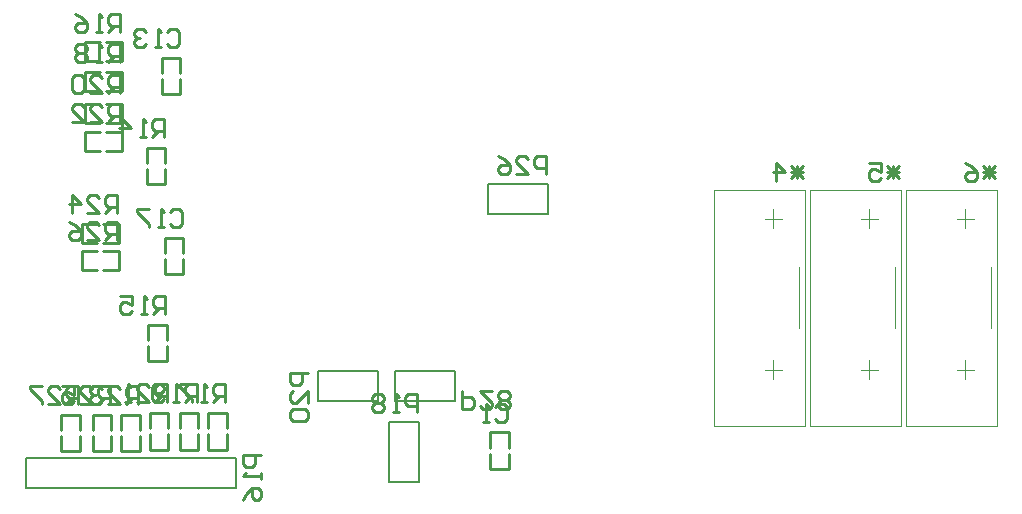
<source format=gbo>
G04 Layer_Color=32896*
%FSLAX25Y25*%
%MOIN*%
G70*
G01*
G75*
%ADD16C,0.01000*%
%ADD27C,0.00394*%
%ADD28C,0.00787*%
D16*
X218650Y226350D02*
Y231469D01*
X212350Y226350D02*
X218650D01*
X212350D02*
Y231469D01*
Y233437D02*
Y238161D01*
Y238555D01*
X218650D01*
Y233437D02*
Y238555D01*
X219350Y286850D02*
X224468D01*
X219350D02*
Y293150D01*
X224468D01*
X226437D02*
X231161D01*
X231555D01*
Y286850D02*
Y293150D01*
X226437Y286850D02*
X231555D01*
X229150Y226350D02*
Y231469D01*
X222850Y226350D02*
X229150D01*
X222850D02*
Y231469D01*
Y233437D02*
Y238161D01*
Y238555D01*
X229150D01*
Y233437D02*
Y238555D01*
X219350Y295850D02*
X224468D01*
X219350D02*
Y302150D01*
X224468D01*
X226437D02*
X231161D01*
X231555D01*
Y295850D02*
Y302150D01*
X226437Y295850D02*
X231555D01*
X238650Y226350D02*
Y231469D01*
X232350Y226350D02*
X238650D01*
X232350D02*
Y231469D01*
Y233437D02*
Y238161D01*
Y238555D01*
X238650D01*
Y233437D02*
Y238555D01*
X220350Y326350D02*
X225468D01*
X220350D02*
Y332650D01*
X225468D01*
X227437D02*
X232161D01*
X232555D01*
Y326350D02*
Y332650D01*
X227437Y326350D02*
X232555D01*
X248150Y226850D02*
Y231968D01*
X241850Y226850D02*
X248150D01*
X241850D02*
Y231968D01*
Y233937D02*
Y238661D01*
Y239055D01*
X248150D01*
Y233937D02*
Y239055D01*
X220350Y335850D02*
X225468D01*
X220350D02*
Y342150D01*
X225468D01*
X227437D02*
X232161D01*
X232555D01*
Y335850D02*
Y342150D01*
X227437Y335850D02*
X232555D01*
X258150Y226850D02*
Y231968D01*
X251850Y226850D02*
X258150D01*
X251850D02*
Y231968D01*
Y233937D02*
Y238661D01*
Y239055D01*
X258150D01*
Y233937D02*
Y239055D01*
X220350Y346350D02*
X225468D01*
X220350D02*
Y352650D01*
X225468D01*
X227437D02*
X232161D01*
X232555D01*
Y346350D02*
Y352650D01*
X227437Y346350D02*
X232555D01*
X267650Y226850D02*
Y231968D01*
X261350Y226850D02*
X267650D01*
X261350D02*
Y231968D01*
Y233937D02*
Y238661D01*
Y239055D01*
X267650D01*
Y233937D02*
Y239055D01*
X220350Y356350D02*
X225468D01*
X220350D02*
Y362650D01*
X225468D01*
X227437D02*
X232161D01*
X232555D01*
Y356350D02*
Y362650D01*
X227437Y356350D02*
X232555D01*
X247650Y256350D02*
Y261469D01*
X241350Y256350D02*
X247650D01*
X241350D02*
Y261469D01*
Y263437D02*
Y268161D01*
Y268555D01*
X247650D01*
Y263437D02*
Y268555D01*
X247150Y315350D02*
Y320468D01*
X240850Y315350D02*
X247150D01*
X240850D02*
Y320468D01*
Y322437D02*
Y327161D01*
Y327555D01*
X247150D01*
Y322437D02*
Y327555D01*
X253150Y285350D02*
Y290469D01*
X246850Y285350D02*
X253150D01*
X246850D02*
Y290469D01*
Y292437D02*
Y297161D01*
Y297555D01*
X253150D01*
Y292437D02*
Y297555D01*
X252150Y345350D02*
Y350468D01*
X245850Y345350D02*
X252150D01*
X245850D02*
Y350468D01*
Y352437D02*
Y357161D01*
Y357555D01*
X252150D01*
Y352437D02*
Y357555D01*
X355350Y227532D02*
Y232650D01*
X361650D01*
Y227532D02*
Y232650D01*
Y220839D02*
Y225563D01*
Y220445D02*
Y220839D01*
X355350Y220445D02*
X361650D01*
X355350D02*
Y225563D01*
X330900Y239400D02*
Y245398D01*
X327901D01*
X326901Y244398D01*
Y242399D01*
X327901Y241399D01*
X330900D01*
X324902Y239400D02*
X322903D01*
X323902D01*
Y245398D01*
X324902Y244398D01*
X319904D02*
X318904Y245398D01*
X316904D01*
X315905Y244398D01*
Y243399D01*
X316904Y242399D01*
X315905Y241399D01*
Y240400D01*
X316904Y239400D01*
X318904D01*
X319904Y240400D01*
Y241399D01*
X318904Y242399D01*
X319904Y243399D01*
Y244398D01*
X318904Y242399D02*
X316904D01*
X279000Y225000D02*
X273002D01*
Y222001D01*
X274002Y221001D01*
X276001D01*
X277001Y222001D01*
Y225000D01*
X279000Y219002D02*
Y217003D01*
Y218002D01*
X273002D01*
X274002Y219002D01*
X273002Y210005D02*
X274002Y212004D01*
X276001Y214004D01*
X278000D01*
X279000Y213004D01*
Y211004D01*
X278000Y210005D01*
X277001D01*
X276001Y211004D01*
Y214004D01*
X218100Y242100D02*
Y248098D01*
X215101D01*
X214101Y247098D01*
Y245099D01*
X215101Y244099D01*
X218100D01*
X216101D02*
X214101Y242100D01*
X208103D02*
X212102D01*
X208103Y246099D01*
Y247098D01*
X209103Y248098D01*
X211102D01*
X212102Y247098D01*
X206104Y248098D02*
X202105D01*
Y247098D01*
X206104Y243100D01*
Y242100D01*
X231100Y296600D02*
Y302598D01*
X228101D01*
X227101Y301598D01*
Y299599D01*
X228101Y298599D01*
X231100D01*
X229101D02*
X227101Y296600D01*
X221103D02*
X225102D01*
X221103Y300599D01*
Y301598D01*
X222103Y302598D01*
X224102D01*
X225102Y301598D01*
X215105Y302598D02*
X217105Y301598D01*
X219104Y299599D01*
Y297600D01*
X218104Y296600D01*
X216105D01*
X215105Y297600D01*
Y298599D01*
X216105Y299599D01*
X219104D01*
X228600Y242100D02*
Y248098D01*
X225601D01*
X224601Y247098D01*
Y245099D01*
X225601Y244099D01*
X228600D01*
X226601D02*
X224601Y242100D01*
X218603D02*
X222602D01*
X218603Y246099D01*
Y247098D01*
X219603Y248098D01*
X221602D01*
X222602Y247098D01*
X212605Y248098D02*
X216604D01*
Y245099D01*
X214605Y246099D01*
X213605D01*
X212605Y245099D01*
Y243100D01*
X213605Y242100D01*
X215604D01*
X216604Y243100D01*
X231100Y305600D02*
Y311598D01*
X228101D01*
X227101Y310598D01*
Y308599D01*
X228101Y307599D01*
X231100D01*
X229101D02*
X227101Y305600D01*
X221103D02*
X225102D01*
X221103Y309599D01*
Y310598D01*
X222103Y311598D01*
X224102D01*
X225102Y310598D01*
X216105Y305600D02*
Y311598D01*
X219104Y308599D01*
X215105D01*
X238100Y242100D02*
Y248098D01*
X235101D01*
X234101Y247098D01*
Y245099D01*
X235101Y244099D01*
X238100D01*
X236101D02*
X234101Y242100D01*
X228103D02*
X232102D01*
X228103Y246099D01*
Y247098D01*
X229103Y248098D01*
X231102D01*
X232102Y247098D01*
X226104D02*
X225104Y248098D01*
X223105D01*
X222105Y247098D01*
Y246099D01*
X223105Y245099D01*
X224104D01*
X223105D01*
X222105Y244099D01*
Y243100D01*
X223105Y242100D01*
X225104D01*
X226104Y243100D01*
X232100Y336100D02*
Y342098D01*
X229101D01*
X228101Y341098D01*
Y339099D01*
X229101Y338099D01*
X232100D01*
X230101D02*
X228101Y336100D01*
X222103D02*
X226102D01*
X222103Y340099D01*
Y341098D01*
X223103Y342098D01*
X225102D01*
X226102Y341098D01*
X216105Y336100D02*
X220104D01*
X216105Y340099D01*
Y341098D01*
X217105Y342098D01*
X219104D01*
X220104Y341098D01*
X247600Y242600D02*
Y248598D01*
X244601D01*
X243601Y247598D01*
Y245599D01*
X244601Y244599D01*
X247600D01*
X245601D02*
X243601Y242600D01*
X237603D02*
X241602D01*
X237603Y246599D01*
Y247598D01*
X238603Y248598D01*
X240602D01*
X241602Y247598D01*
X235604Y242600D02*
X233605D01*
X234604D01*
Y248598D01*
X235604Y247598D01*
X232100Y345600D02*
Y351598D01*
X229101D01*
X228101Y350598D01*
Y348599D01*
X229101Y347599D01*
X232100D01*
X230101D02*
X228101Y345600D01*
X222103D02*
X226102D01*
X222103Y349599D01*
Y350598D01*
X223103Y351598D01*
X225102D01*
X226102Y350598D01*
X220104D02*
X219104Y351598D01*
X217105D01*
X216105Y350598D01*
Y346600D01*
X217105Y345600D01*
X219104D01*
X220104Y346600D01*
Y350598D01*
X257600Y242600D02*
Y248598D01*
X254601D01*
X253601Y247598D01*
Y245599D01*
X254601Y244599D01*
X257600D01*
X255601D02*
X253601Y242600D01*
X251602D02*
X249603D01*
X250602D01*
Y248598D01*
X251602Y247598D01*
X246604Y243600D02*
X245604Y242600D01*
X243604D01*
X242605Y243600D01*
Y247598D01*
X243604Y248598D01*
X245604D01*
X246604Y247598D01*
Y246599D01*
X245604Y245599D01*
X242605D01*
X232100Y356100D02*
Y362098D01*
X229101D01*
X228101Y361098D01*
Y359099D01*
X229101Y358099D01*
X232100D01*
X230101D02*
X228101Y356100D01*
X226102D02*
X224103D01*
X225102D01*
Y362098D01*
X226102Y361098D01*
X221104D02*
X220104Y362098D01*
X218105D01*
X217105Y361098D01*
Y360099D01*
X218105Y359099D01*
X217105Y358099D01*
Y357100D01*
X218105Y356100D01*
X220104D01*
X221104Y357100D01*
Y358099D01*
X220104Y359099D01*
X221104Y360099D01*
Y361098D01*
X220104Y359099D02*
X218105D01*
X267100Y242600D02*
Y248598D01*
X264101D01*
X263101Y247598D01*
Y245599D01*
X264101Y244599D01*
X267100D01*
X265101D02*
X263101Y242600D01*
X261102D02*
X259103D01*
X260102D01*
Y248598D01*
X261102Y247598D01*
X256104Y248598D02*
X252105D01*
Y247598D01*
X256104Y243600D01*
Y242600D01*
X232100Y366100D02*
Y372098D01*
X229101D01*
X228101Y371098D01*
Y369099D01*
X229101Y368099D01*
X232100D01*
X230101D02*
X228101Y366100D01*
X226102D02*
X224103D01*
X225102D01*
Y372098D01*
X226102Y371098D01*
X217105Y372098D02*
X219104Y371098D01*
X221104Y369099D01*
Y367100D01*
X220104Y366100D01*
X218105D01*
X217105Y367100D01*
Y368099D01*
X218105Y369099D01*
X221104D01*
X247100Y272100D02*
Y278098D01*
X244101D01*
X243101Y277098D01*
Y275099D01*
X244101Y274099D01*
X247100D01*
X245101D02*
X243101Y272100D01*
X241102D02*
X239103D01*
X240102D01*
Y278098D01*
X241102Y277098D01*
X232105Y278098D02*
X236104D01*
Y275099D01*
X234104Y276099D01*
X233104D01*
X232105Y275099D01*
Y273100D01*
X233104Y272100D01*
X235104D01*
X236104Y273100D01*
X246600Y331100D02*
Y337098D01*
X243601D01*
X242601Y336098D01*
Y334099D01*
X243601Y333099D01*
X246600D01*
X244601D02*
X242601Y331100D01*
X240602D02*
X238603D01*
X239602D01*
Y337098D01*
X240602Y336098D01*
X232605Y331100D02*
Y337098D01*
X235604Y334099D01*
X231605D01*
X248601Y306098D02*
X249601Y307098D01*
X251600D01*
X252600Y306098D01*
Y302100D01*
X251600Y301100D01*
X249601D01*
X248601Y302100D01*
X246602Y301100D02*
X244603D01*
X245602D01*
Y307098D01*
X246602Y306098D01*
X241604Y307098D02*
X237605D01*
Y306098D01*
X241604Y302100D01*
Y301100D01*
X247601Y366098D02*
X248601Y367098D01*
X250600D01*
X251600Y366098D01*
Y362100D01*
X250600Y361100D01*
X248601D01*
X247601Y362100D01*
X245602Y361100D02*
X243603D01*
X244602D01*
Y367098D01*
X245602Y366098D01*
X240604D02*
X239604Y367098D01*
X237604D01*
X236605Y366098D01*
Y365099D01*
X237604Y364099D01*
X238604D01*
X237604D01*
X236605Y363099D01*
Y362100D01*
X237604Y361100D01*
X239604D01*
X240604Y362100D01*
X357101Y241098D02*
X358101Y242098D01*
X360100D01*
X361100Y241098D01*
Y237100D01*
X360100Y236100D01*
X358101D01*
X357101Y237100D01*
X355102Y236100D02*
X353103D01*
X354102D01*
Y242098D01*
X355102Y241098D01*
X523604Y321498D02*
X519605Y317500D01*
X523604D02*
X519605Y321498D01*
X523604Y319499D02*
X519605D01*
X521605Y317500D02*
Y321498D01*
X513607Y322498D02*
X515606Y321498D01*
X517606Y319499D01*
Y317500D01*
X516606Y316500D01*
X514607D01*
X513607Y317500D01*
Y318499D01*
X514607Y319499D01*
X517606D01*
X491604Y321498D02*
X487605Y317500D01*
X491604D02*
X487605Y321498D01*
X491604Y319499D02*
X487605D01*
X489605Y317500D02*
Y321498D01*
X481607Y322498D02*
X485606D01*
Y319499D01*
X483606Y320499D01*
X482607D01*
X481607Y319499D01*
Y317500D01*
X482607Y316500D01*
X484606D01*
X485606Y317500D01*
X459604Y321498D02*
X455605Y317500D01*
X459604D02*
X455605Y321498D01*
X459604Y319499D02*
X455605D01*
X457605Y317500D02*
Y321498D01*
X450607Y316500D02*
Y322498D01*
X453606Y319499D01*
X449607D01*
X294650Y252350D02*
X288652D01*
Y249351D01*
X289652Y248351D01*
X291651D01*
X292651Y249351D01*
Y252350D01*
X294650Y242353D02*
Y246352D01*
X290651Y242353D01*
X289652D01*
X288652Y243353D01*
Y245352D01*
X289652Y246352D01*
Y240354D02*
X288652Y239354D01*
Y237355D01*
X289652Y236355D01*
X293650D01*
X294650Y237355D01*
Y239354D01*
X293650Y240354D01*
X289652D01*
X373900Y318900D02*
Y324898D01*
X370901D01*
X369901Y323898D01*
Y321899D01*
X370901Y320899D01*
X373900D01*
X363903Y318900D02*
X367902D01*
X363903Y322899D01*
Y323898D01*
X364903Y324898D01*
X366902D01*
X367902Y323898D01*
X357905Y324898D02*
X359905Y323898D01*
X361904Y321899D01*
Y319900D01*
X360904Y318900D01*
X358905D01*
X357905Y319900D01*
Y320899D01*
X358905Y321899D01*
X361904D01*
X346000Y246500D02*
Y240502D01*
X348999D01*
X349999Y241502D01*
Y243501D01*
X348999Y244501D01*
X346000D01*
X355997Y246500D02*
X351998D01*
X355997Y242501D01*
Y241502D01*
X354997Y240502D01*
X352998D01*
X351998Y241502D01*
X357996D02*
X358996Y240502D01*
X360995D01*
X361995Y241502D01*
Y242501D01*
X360995Y243501D01*
X361995Y244501D01*
Y245500D01*
X360995Y246500D01*
X358996D01*
X357996Y245500D01*
Y244501D01*
X358996Y243501D01*
X357996Y242501D01*
Y241502D01*
X358996Y243501D02*
X360995D01*
D27*
X513779Y250350D02*
Y256650D01*
X511024Y253500D02*
X516535D01*
X511024Y303894D02*
X516535D01*
X513779Y300744D02*
Y307043D01*
X494095Y234602D02*
X524409D01*
Y313342D01*
X494095D02*
X524213D01*
X494095Y234602D02*
Y313342D01*
X522441Y267280D02*
Y287752D01*
X481779Y250350D02*
Y256650D01*
X479024Y253500D02*
X484535D01*
X479024Y303894D02*
X484535D01*
X481779Y300744D02*
Y307043D01*
X462094Y234602D02*
X492410D01*
Y313342D01*
X462094D02*
X492213D01*
X462094Y234602D02*
Y313342D01*
X490441Y267280D02*
Y287752D01*
X449780Y250350D02*
Y256650D01*
X447024Y253500D02*
X452535D01*
X447024Y303894D02*
X452535D01*
X449780Y300744D02*
Y307043D01*
X430094Y234602D02*
X460409D01*
Y313342D01*
X430094D02*
X460213D01*
X430094Y234602D02*
Y313342D01*
X458441Y267280D02*
Y287752D01*
D28*
X331500Y216000D02*
Y236000D01*
X321500Y216000D02*
X331500D01*
X321500D02*
Y236000D01*
X331500D01*
X200500Y224000D02*
X270500D01*
Y214000D02*
Y224000D01*
X200500Y214000D02*
X270500D01*
X200500D02*
Y224000D01*
X298000Y253000D02*
X318000D01*
Y243000D02*
Y253000D01*
X298000Y243000D02*
X318000D01*
X298000D02*
Y253000D01*
X354500Y305500D02*
Y315500D01*
Y305500D02*
X374500D01*
Y315500D01*
X354500D02*
X374500D01*
X323500Y243000D02*
Y253000D01*
Y243000D02*
X343500D01*
Y253000D01*
X323500D02*
X343500D01*
M02*

</source>
